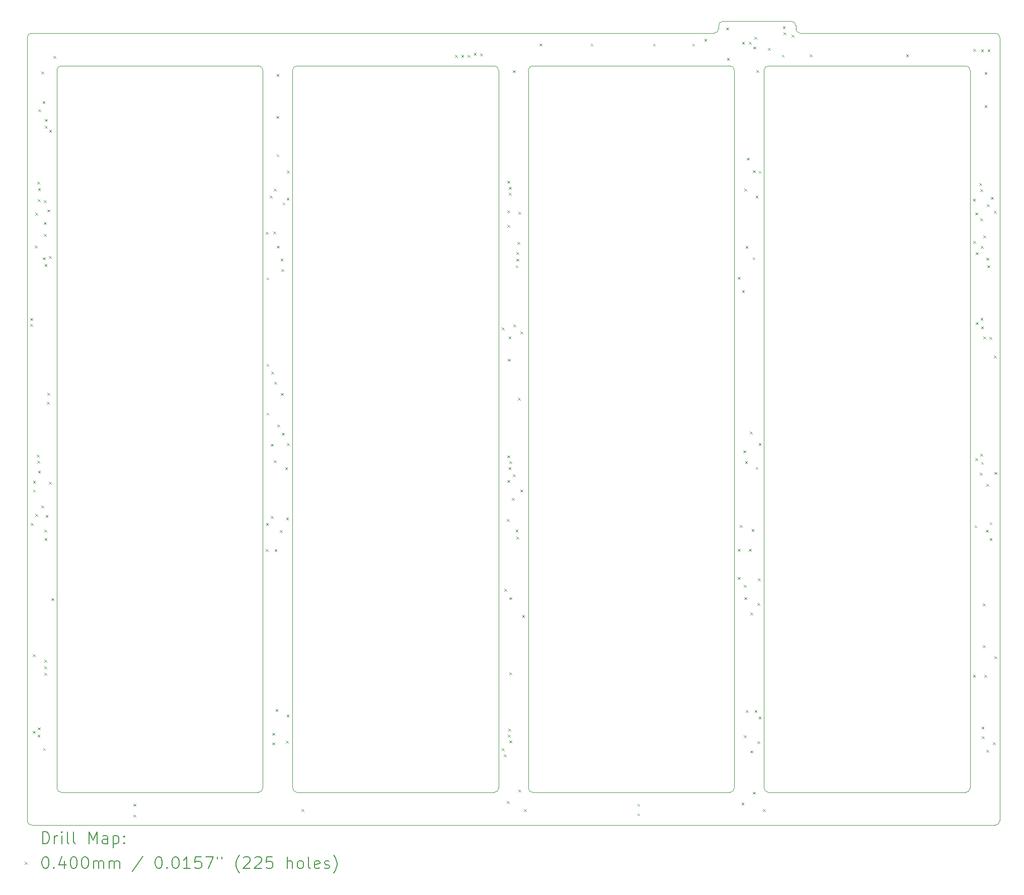
<source format=gbr>
%TF.GenerationSoftware,KiCad,Pcbnew,8.0.0-1.fc39*%
%TF.CreationDate,2024-03-18T17:57:49+01:00*%
%TF.ProjectId,FT24-AMS-Slave_v1-VTSENS,46543234-2d41-44d5-932d-536c6176655f,rev?*%
%TF.SameCoordinates,Original*%
%TF.FileFunction,Drillmap*%
%TF.FilePolarity,Positive*%
%FSLAX45Y45*%
G04 Gerber Fmt 4.5, Leading zero omitted, Abs format (unit mm)*
G04 Created by KiCad (PCBNEW 8.0.0-1.fc39) date 2024-03-18 17:57:49*
%MOMM*%
%LPD*%
G01*
G04 APERTURE LIST*
%ADD10C,0.020000*%
%ADD11C,0.200000*%
%ADD12C,0.100000*%
G04 APERTURE END LIST*
D10*
X18324189Y-15285000D02*
X15007790Y-15285000D01*
X22790585Y-2500000D02*
X19508986Y-2500000D01*
X19358986Y-2300000D02*
X19288366Y-2300000D01*
X18974190Y-15285000D02*
G75*
G02*
X18899190Y-15210000I0J75000D01*
G01*
X18399189Y-3125000D02*
X18399189Y-15210000D01*
X22365585Y-3125000D02*
X22365585Y-15210000D01*
X18133986Y-2425000D02*
G75*
G02*
X18058986Y-2499996I-74996J0D01*
G01*
X14357165Y-15285000D02*
X11041400Y-15285000D01*
X11041400Y-15285000D02*
G75*
G02*
X10966396Y-15209026I10J75020D01*
G01*
X18399189Y-15210000D02*
G75*
G02*
X18324189Y-15284999I-74999J0D01*
G01*
X7000000Y-15210000D02*
X7000000Y-3125000D01*
X11041396Y-3050000D02*
X14357793Y-3050000D01*
X7075000Y-3050000D02*
X10391396Y-3050000D01*
X22865585Y-15759990D02*
X22865585Y-2575000D01*
X14432793Y-15210000D02*
G75*
G02*
X14357165Y-15285000I-75003J0D01*
G01*
X19508986Y-2500000D02*
G75*
G02*
X19433990Y-2425000I4J75000D01*
G01*
X14932793Y-15209376D02*
X14932793Y-3125000D01*
X14932793Y-3125000D02*
G75*
G02*
X15007793Y-3050003I74997J0D01*
G01*
X18058986Y-2500000D02*
X6575000Y-2500000D01*
X15007790Y-15285000D02*
G75*
G02*
X14932793Y-15209376I0J75000D01*
G01*
X19358986Y-2300000D02*
G75*
G02*
X19433990Y-2375000I4J-75000D01*
G01*
X18324189Y-3050000D02*
G75*
G02*
X18399190Y-3125000I1J-75000D01*
G01*
X18133986Y-2375000D02*
X18133986Y-2425000D01*
X18899190Y-15210000D02*
X18899190Y-3125000D01*
X22289688Y-15285000D02*
X18974190Y-15285000D01*
X22290585Y-3050000D02*
G75*
G02*
X22365590Y-3125000I5J-75000D01*
G01*
X10390426Y-15285000D02*
X7075000Y-15285000D01*
X18974189Y-3050000D02*
X22290585Y-3050000D01*
X18133986Y-2375000D02*
G75*
G02*
X18208986Y-2299996I75004J0D01*
G01*
X18899189Y-3125000D02*
G75*
G02*
X18974189Y-3049999I75001J0D01*
G01*
X10466396Y-15210000D02*
G75*
G02*
X10390426Y-15285000I-75016J10D01*
G01*
X7000000Y-3125000D02*
G75*
G02*
X7075000Y-3050000I75000J0D01*
G01*
X10391396Y-3050000D02*
G75*
G02*
X10466400Y-3125000I4J-75000D01*
G01*
X15007793Y-3050000D02*
X18324189Y-3050000D01*
X22790585Y-2500000D02*
G75*
G02*
X22865590Y-2575000I5J-75000D01*
G01*
X19433986Y-2425000D02*
X19433986Y-2375000D01*
X19288366Y-2300000D02*
X18208986Y-2300000D01*
X7075000Y-15285000D02*
G75*
G02*
X7000000Y-15210000I0J75000D01*
G01*
X14432793Y-3125000D02*
X14432793Y-15210000D01*
X6500000Y-2575000D02*
X6500000Y-15760000D01*
X10466396Y-3125000D02*
X10466396Y-15210000D01*
X10966396Y-3125000D02*
G75*
G02*
X11041396Y-3049996I75004J0D01*
G01*
X22865585Y-15759990D02*
G75*
G02*
X22791472Y-15835000I-75015J0D01*
G01*
X10966396Y-15209026D02*
X10966396Y-3125000D01*
X14357793Y-3050000D02*
G75*
G02*
X14432790Y-3125000I-3J-75000D01*
G01*
X6575000Y-15835000D02*
X22791472Y-15835000D01*
X22365585Y-15210000D02*
G75*
G02*
X22289688Y-15285000I-75015J10D01*
G01*
X6500000Y-2575000D02*
G75*
G02*
X6575000Y-2500000I75000J0D01*
G01*
X6575000Y-15835000D02*
G75*
G02*
X6500000Y-15760000I0J75000D01*
G01*
D11*
D12*
X6550000Y-7298033D02*
X6590000Y-7338033D01*
X6590000Y-7298033D02*
X6550000Y-7338033D01*
X6550000Y-7398033D02*
X6590000Y-7438033D01*
X6590000Y-7398033D02*
X6550000Y-7438033D01*
X6559519Y-10751486D02*
X6599519Y-10791486D01*
X6599519Y-10751486D02*
X6559519Y-10791486D01*
X6595002Y-14249143D02*
X6635002Y-14289143D01*
X6635002Y-14249143D02*
X6595002Y-14289143D01*
X6598033Y-12958033D02*
X6638033Y-12998033D01*
X6638033Y-12958033D02*
X6598033Y-12998033D01*
X6600000Y-10040000D02*
X6640000Y-10080000D01*
X6640000Y-10040000D02*
X6600000Y-10080000D01*
X6600000Y-10185000D02*
X6640000Y-10225000D01*
X6640000Y-10185000D02*
X6600000Y-10225000D01*
X6630584Y-6075203D02*
X6670584Y-6115203D01*
X6670584Y-6075203D02*
X6630584Y-6115203D01*
X6635001Y-5525000D02*
X6675001Y-5565000D01*
X6675001Y-5525000D02*
X6635001Y-5565000D01*
X6638033Y-10598033D02*
X6678033Y-10638033D01*
X6678033Y-10598033D02*
X6638033Y-10638033D01*
X6660000Y-9600000D02*
X6700000Y-9640000D01*
X6700000Y-9600000D02*
X6660000Y-9640000D01*
X6670000Y-4999224D02*
X6710000Y-5039224D01*
X6710000Y-4999224D02*
X6670000Y-5039224D01*
X6670000Y-9700000D02*
X6710000Y-9740000D01*
X6710000Y-9700000D02*
X6670000Y-9740000D01*
X6674645Y-14310386D02*
X6714645Y-14350386D01*
X6714645Y-14310386D02*
X6674645Y-14350386D01*
X6680000Y-5295000D02*
X6720000Y-5335000D01*
X6720000Y-5295000D02*
X6680000Y-5335000D01*
X6680000Y-14190000D02*
X6720000Y-14230000D01*
X6720000Y-14190000D02*
X6680000Y-14230000D01*
X6683033Y-5111967D02*
X6723033Y-5151967D01*
X6723033Y-5111967D02*
X6683033Y-5151967D01*
X6683038Y-9865000D02*
X6723038Y-9905000D01*
X6723038Y-9865000D02*
X6683038Y-9905000D01*
X6688033Y-3780000D02*
X6728033Y-3820000D01*
X6728033Y-3780000D02*
X6688033Y-3820000D01*
X6740000Y-3145000D02*
X6780000Y-3185000D01*
X6780000Y-3145000D02*
X6740000Y-3185000D01*
X6740000Y-10455000D02*
X6780000Y-10495000D01*
X6780000Y-10455000D02*
X6740000Y-10495000D01*
X6760000Y-3645000D02*
X6800000Y-3685000D01*
X6800000Y-3645000D02*
X6760000Y-3685000D01*
X6761525Y-6273184D02*
X6801525Y-6313184D01*
X6801525Y-6273184D02*
X6761525Y-6313184D01*
X6768033Y-14538033D02*
X6808033Y-14578033D01*
X6808033Y-14538033D02*
X6768033Y-14578033D01*
X6778944Y-5309856D02*
X6818944Y-5349856D01*
X6818944Y-5309856D02*
X6778944Y-5349856D01*
X6780000Y-5680000D02*
X6820000Y-5720000D01*
X6820000Y-5680000D02*
X6780000Y-5720000D01*
X6780000Y-5880000D02*
X6820000Y-5920000D01*
X6820000Y-5880000D02*
X6780000Y-5920000D01*
X6790000Y-10860000D02*
X6830000Y-10900000D01*
X6830000Y-10860000D02*
X6790000Y-10900000D01*
X6790000Y-13050000D02*
X6830000Y-13090000D01*
X6830000Y-13050000D02*
X6790000Y-13090000D01*
X6790000Y-13160000D02*
X6830000Y-13200000D01*
X6830000Y-13160000D02*
X6790000Y-13200000D01*
X6790000Y-13270000D02*
X6830000Y-13310000D01*
X6830000Y-13270000D02*
X6790000Y-13310000D01*
X6793583Y-11000000D02*
X6833583Y-11040000D01*
X6833583Y-11000000D02*
X6793583Y-11040000D01*
X6795000Y-6390000D02*
X6835000Y-6430000D01*
X6835000Y-6390000D02*
X6795000Y-6430000D01*
X6799289Y-4059289D02*
X6839289Y-4099289D01*
X6839289Y-4059289D02*
X6799289Y-4099289D01*
X6800000Y-3945000D02*
X6840000Y-3985000D01*
X6840000Y-3945000D02*
X6800000Y-3985000D01*
X6810000Y-10615000D02*
X6850000Y-10655000D01*
X6850000Y-10615000D02*
X6810000Y-10655000D01*
X6829999Y-8705000D02*
X6869999Y-8745000D01*
X6869999Y-8705000D02*
X6829999Y-8745000D01*
X6840000Y-5470000D02*
X6880000Y-5510000D01*
X6880000Y-5470000D02*
X6840000Y-5510000D01*
X6840000Y-8555000D02*
X6880000Y-8595000D01*
X6880000Y-8555000D02*
X6840000Y-8595000D01*
X6864997Y-10055000D02*
X6904997Y-10095000D01*
X6904997Y-10055000D02*
X6864997Y-10095000D01*
X6865000Y-6255352D02*
X6905000Y-6295352D01*
X6905000Y-6255352D02*
X6865000Y-6295352D01*
X6870000Y-4130000D02*
X6910000Y-4170000D01*
X6910000Y-4130000D02*
X6870000Y-4170000D01*
X6910000Y-12015000D02*
X6950000Y-12055000D01*
X6950000Y-12015000D02*
X6910000Y-12055000D01*
X6940001Y-2885001D02*
X6980001Y-2925001D01*
X6980001Y-2885001D02*
X6940001Y-2925001D01*
X8288033Y-15478033D02*
X8328033Y-15518033D01*
X8328033Y-15478033D02*
X8288033Y-15518033D01*
X8288033Y-15658033D02*
X8328033Y-15698033D01*
X8328033Y-15658033D02*
X8288033Y-15698033D01*
X10518033Y-5848033D02*
X10558033Y-5888033D01*
X10558033Y-5848033D02*
X10518033Y-5888033D01*
X10518033Y-11190001D02*
X10558033Y-11230001D01*
X10558033Y-11190001D02*
X10518033Y-11230001D01*
X10520000Y-10750000D02*
X10560000Y-10790000D01*
X10560000Y-10750000D02*
X10520000Y-10790000D01*
X10527500Y-6612500D02*
X10567500Y-6652500D01*
X10567500Y-6612500D02*
X10527500Y-6652500D01*
X10528033Y-8068033D02*
X10568033Y-8108033D01*
X10568033Y-8068033D02*
X10528033Y-8108033D01*
X10528033Y-8890000D02*
X10568033Y-8930000D01*
X10568033Y-8890000D02*
X10528033Y-8930000D01*
X10584000Y-5234784D02*
X10624000Y-5274784D01*
X10624000Y-5234784D02*
X10584000Y-5274784D01*
X10598033Y-10628033D02*
X10638033Y-10668033D01*
X10638033Y-10628033D02*
X10598033Y-10668033D01*
X10600533Y-9415535D02*
X10640533Y-9455535D01*
X10640533Y-9415535D02*
X10600533Y-9455535D01*
X10608033Y-8198033D02*
X10648033Y-8238033D01*
X10648033Y-8198033D02*
X10608033Y-8238033D01*
X10626330Y-14282500D02*
X10666330Y-14322500D01*
X10666330Y-14282500D02*
X10626330Y-14322500D01*
X10628297Y-14444591D02*
X10668297Y-14484591D01*
X10668297Y-14444591D02*
X10628297Y-14484591D01*
X10645000Y-5839071D02*
X10685000Y-5879071D01*
X10685000Y-5839071D02*
X10645000Y-5879071D01*
X10650000Y-9690000D02*
X10690000Y-9730000D01*
X10690000Y-9690000D02*
X10650000Y-9730000D01*
X10650000Y-5120000D02*
X10690000Y-5160000D01*
X10690000Y-5120000D02*
X10650000Y-5160000D01*
X10658032Y-8370000D02*
X10698032Y-8410000D01*
X10698032Y-8370000D02*
X10658032Y-8410000D01*
X10663032Y-11189999D02*
X10703032Y-11229999D01*
X10703032Y-11189999D02*
X10663032Y-11229999D01*
X10679298Y-13879298D02*
X10719298Y-13919298D01*
X10719298Y-13879298D02*
X10679298Y-13919298D01*
X10690000Y-3895000D02*
X10730000Y-3935000D01*
X10730000Y-3895000D02*
X10690000Y-3935000D01*
X10698033Y-3188033D02*
X10738033Y-3228033D01*
X10738033Y-3188033D02*
X10698033Y-3228033D01*
X10698033Y-4538033D02*
X10738033Y-4578033D01*
X10738033Y-4538033D02*
X10698033Y-4578033D01*
X10700533Y-6078033D02*
X10740533Y-6118033D01*
X10740533Y-6078033D02*
X10700533Y-6118033D01*
X10708033Y-9088033D02*
X10748033Y-9128033D01*
X10748033Y-9088033D02*
X10708033Y-9128033D01*
X10750533Y-10870001D02*
X10790533Y-10910001D01*
X10790533Y-10870001D02*
X10750533Y-10910001D01*
X10765000Y-6292753D02*
X10805000Y-6332753D01*
X10805000Y-6292753D02*
X10765000Y-6332753D01*
X10768033Y-8560000D02*
X10808033Y-8600000D01*
X10808033Y-8560000D02*
X10768033Y-8600000D01*
X10777500Y-6472500D02*
X10817500Y-6512500D01*
X10817500Y-6472500D02*
X10777500Y-6512500D01*
X10788033Y-9228033D02*
X10828033Y-9268033D01*
X10828033Y-9228033D02*
X10788033Y-9268033D01*
X10798198Y-5351802D02*
X10838198Y-5391802D01*
X10838198Y-5351802D02*
X10798198Y-5391802D01*
X10840000Y-9810000D02*
X10880000Y-9850000D01*
X10880000Y-9810000D02*
X10840000Y-9850000D01*
X10853410Y-14416590D02*
X10893410Y-14456590D01*
X10893410Y-14416590D02*
X10853410Y-14456590D01*
X10858033Y-10658033D02*
X10898033Y-10698033D01*
X10898033Y-10658033D02*
X10858033Y-10698033D01*
X10865568Y-5272333D02*
X10905568Y-5312333D01*
X10905568Y-5272333D02*
X10865568Y-5312333D01*
X10866330Y-13972500D02*
X10906330Y-14012500D01*
X10906330Y-13972500D02*
X10866330Y-14012500D01*
X10868033Y-4815000D02*
X10908033Y-4855000D01*
X10908033Y-4815000D02*
X10868033Y-4855000D01*
X10873033Y-9405000D02*
X10913033Y-9445000D01*
X10913033Y-9405000D02*
X10873033Y-9445000D01*
X11118033Y-15568033D02*
X11158033Y-15608033D01*
X11158033Y-15568033D02*
X11118033Y-15608033D01*
X13699999Y-2865000D02*
X13739999Y-2905000D01*
X13739999Y-2865000D02*
X13699999Y-2905000D01*
X13804999Y-2865000D02*
X13844999Y-2905000D01*
X13844999Y-2865000D02*
X13804999Y-2905000D01*
X13909999Y-2865000D02*
X13949999Y-2905000D01*
X13949999Y-2865000D02*
X13909999Y-2905000D01*
X14015533Y-2835000D02*
X14055533Y-2875000D01*
X14055533Y-2835000D02*
X14015533Y-2875000D01*
X14120000Y-2840000D02*
X14160000Y-2880000D01*
X14160000Y-2840000D02*
X14120000Y-2880000D01*
X14484451Y-14543446D02*
X14524451Y-14583446D01*
X14524451Y-14543446D02*
X14484451Y-14583446D01*
X14487049Y-7452339D02*
X14527049Y-7492339D01*
X14527049Y-7452339D02*
X14487049Y-7492339D01*
X14522793Y-14642035D02*
X14562793Y-14682035D01*
X14562793Y-14642035D02*
X14522793Y-14682035D01*
X14530000Y-11855000D02*
X14570000Y-11895000D01*
X14570000Y-11855000D02*
X14530000Y-11895000D01*
X14568033Y-15428033D02*
X14608033Y-15468033D01*
X14608033Y-15428033D02*
X14568033Y-15468033D01*
X14570000Y-10680000D02*
X14610000Y-10720000D01*
X14610000Y-10680000D02*
X14570000Y-10720000D01*
X14580000Y-5485000D02*
X14620000Y-5525000D01*
X14620000Y-5485000D02*
X14580000Y-5525000D01*
X14580000Y-5725000D02*
X14620000Y-5765000D01*
X14620000Y-5725000D02*
X14580000Y-5765000D01*
X14580000Y-9610000D02*
X14620000Y-9650000D01*
X14620000Y-9610000D02*
X14580000Y-9650000D01*
X14580000Y-10025000D02*
X14620000Y-10065000D01*
X14620000Y-10025000D02*
X14580000Y-10065000D01*
X14580062Y-4986507D02*
X14620062Y-5026507D01*
X14620062Y-4986507D02*
X14580062Y-5026507D01*
X14584830Y-14314125D02*
X14624830Y-14354125D01*
X14624830Y-14314125D02*
X14584830Y-14354125D01*
X14590000Y-7985000D02*
X14630000Y-8025000D01*
X14630000Y-7985000D02*
X14590000Y-8025000D01*
X14596141Y-14208919D02*
X14636141Y-14248919D01*
X14636141Y-14208919D02*
X14596141Y-14248919D01*
X14600000Y-7605000D02*
X14640000Y-7645000D01*
X14640000Y-7605000D02*
X14600000Y-7645000D01*
X14600000Y-9810000D02*
X14640000Y-9850000D01*
X14640000Y-9810000D02*
X14600000Y-9850000D01*
X14604915Y-5188849D02*
X14644915Y-5228849D01*
X14644915Y-5188849D02*
X14604915Y-5228849D01*
X14605282Y-5088433D02*
X14645282Y-5128433D01*
X14645282Y-5088433D02*
X14605282Y-5128433D01*
X14610000Y-13265000D02*
X14650000Y-13305000D01*
X14650000Y-13265000D02*
X14610000Y-13305000D01*
X14610000Y-9710000D02*
X14650000Y-9750000D01*
X14650000Y-9710000D02*
X14610000Y-9750000D01*
X14612073Y-14410343D02*
X14652073Y-14450343D01*
X14652073Y-14410343D02*
X14612073Y-14450343D01*
X14613033Y-11998033D02*
X14653033Y-12038033D01*
X14653033Y-11998033D02*
X14613033Y-12038033D01*
X14652384Y-10327550D02*
X14692384Y-10367550D01*
X14692384Y-10327550D02*
X14652384Y-10367550D01*
X14670000Y-3125000D02*
X14710000Y-3165000D01*
X14710000Y-3125000D02*
X14670000Y-3165000D01*
X14670000Y-9925000D02*
X14710000Y-9965000D01*
X14710000Y-9925000D02*
X14670000Y-9965000D01*
X14680000Y-7405000D02*
X14720000Y-7445000D01*
X14720000Y-7405000D02*
X14680000Y-7445000D01*
X14720000Y-6410000D02*
X14760000Y-6450000D01*
X14760000Y-6410000D02*
X14720000Y-6450000D01*
X14720000Y-10860000D02*
X14760000Y-10900000D01*
X14760000Y-10860000D02*
X14720000Y-10900000D01*
X14730000Y-6185000D02*
X14770000Y-6225000D01*
X14770000Y-6185000D02*
X14730000Y-6225000D01*
X14730000Y-6300000D02*
X14770000Y-6340000D01*
X14770000Y-6300000D02*
X14730000Y-6340000D01*
X14730000Y-10980000D02*
X14770000Y-11020000D01*
X14770000Y-10980000D02*
X14730000Y-11020000D01*
X14750000Y-6015000D02*
X14790000Y-6055000D01*
X14790000Y-6015000D02*
X14750000Y-6055000D01*
X14755293Y-8641443D02*
X14795293Y-8681443D01*
X14795293Y-8641443D02*
X14755293Y-8681443D01*
X14762793Y-5505000D02*
X14802793Y-5545000D01*
X14802793Y-5505000D02*
X14762793Y-5545000D01*
X14768033Y-15238033D02*
X14808033Y-15278033D01*
X14808033Y-15238033D02*
X14768033Y-15278033D01*
X14797793Y-10184399D02*
X14837793Y-10224399D01*
X14837793Y-10184399D02*
X14797793Y-10224399D01*
X14800293Y-7525000D02*
X14840293Y-7565000D01*
X14840293Y-7525000D02*
X14800293Y-7565000D01*
X14830000Y-12295000D02*
X14870000Y-12335000D01*
X14870000Y-12295000D02*
X14830000Y-12335000D01*
X14858034Y-15568033D02*
X14898034Y-15608033D01*
X14898034Y-15568033D02*
X14858034Y-15608033D01*
X15120000Y-2675000D02*
X15160000Y-2715000D01*
X15160000Y-2675000D02*
X15120000Y-2715000D01*
X15980000Y-2675000D02*
X16020000Y-2715000D01*
X16020000Y-2675000D02*
X15980000Y-2715000D01*
X16768033Y-15478033D02*
X16808033Y-15518033D01*
X16808033Y-15478033D02*
X16768033Y-15518033D01*
X16768033Y-15638033D02*
X16808033Y-15678033D01*
X16808033Y-15638033D02*
X16768033Y-15678033D01*
X17030000Y-2675000D02*
X17070000Y-2715000D01*
X17070000Y-2675000D02*
X17030000Y-2715000D01*
X17690000Y-2675000D02*
X17730000Y-2715000D01*
X17730000Y-2675000D02*
X17690000Y-2715000D01*
X17895000Y-2595000D02*
X17935000Y-2635000D01*
X17935000Y-2595000D02*
X17895000Y-2635000D01*
X18260000Y-2405000D02*
X18300000Y-2445000D01*
X18300000Y-2405000D02*
X18260000Y-2445000D01*
X18275000Y-2915000D02*
X18315000Y-2955000D01*
X18315000Y-2915000D02*
X18275000Y-2955000D01*
X18458033Y-6605000D02*
X18498033Y-6645000D01*
X18498033Y-6605000D02*
X18458033Y-6645000D01*
X18458033Y-11183750D02*
X18498033Y-11223750D01*
X18498033Y-11183750D02*
X18458033Y-11223750D01*
X18458033Y-11657500D02*
X18498033Y-11697500D01*
X18498033Y-11657500D02*
X18458033Y-11697500D01*
X18490000Y-10780000D02*
X18530000Y-10820000D01*
X18530000Y-10780000D02*
X18490000Y-10820000D01*
X18520000Y-15455000D02*
X18560000Y-15495000D01*
X18560000Y-15455000D02*
X18520000Y-15495000D01*
X18528033Y-6828033D02*
X18568033Y-6868033D01*
X18568033Y-6828033D02*
X18528033Y-6868033D01*
X18530000Y-2645000D02*
X18570000Y-2685000D01*
X18570000Y-2645000D02*
X18530000Y-2685000D01*
X18548033Y-9525000D02*
X18588033Y-9565000D01*
X18588033Y-9525000D02*
X18548033Y-9565000D01*
X18558033Y-14320000D02*
X18598033Y-14360000D01*
X18598033Y-14320000D02*
X18558033Y-14360000D01*
X18559298Y-11788765D02*
X18599298Y-11828765D01*
X18599298Y-11788765D02*
X18559298Y-11828765D01*
X18568033Y-11997500D02*
X18608033Y-12037500D01*
X18608033Y-11997500D02*
X18568033Y-12037500D01*
X18570000Y-5120000D02*
X18610000Y-5160000D01*
X18610000Y-5120000D02*
X18570000Y-5160000D01*
X18580000Y-9710000D02*
X18620000Y-9750000D01*
X18620000Y-9710000D02*
X18580000Y-9750000D01*
X18588033Y-6085000D02*
X18628033Y-6125000D01*
X18628033Y-6085000D02*
X18588033Y-6125000D01*
X18590000Y-13900000D02*
X18630000Y-13940000D01*
X18630000Y-13900000D02*
X18590000Y-13940000D01*
X18608033Y-4598033D02*
X18648033Y-4638033D01*
X18648033Y-4598033D02*
X18608033Y-4638033D01*
X18644298Y-11183735D02*
X18684298Y-11223735D01*
X18684298Y-11183735D02*
X18644298Y-11223735D01*
X18644470Y-2648404D02*
X18684470Y-2688404D01*
X18684470Y-2648404D02*
X18644470Y-2688404D01*
X18658033Y-9208033D02*
X18698033Y-9248033D01*
X18698033Y-9208033D02*
X18658033Y-9248033D01*
X18668033Y-12257500D02*
X18708033Y-12297500D01*
X18708033Y-12257500D02*
X18668033Y-12297500D01*
X18668033Y-14580000D02*
X18708033Y-14620000D01*
X18708033Y-14580000D02*
X18668033Y-14620000D01*
X18689836Y-10849145D02*
X18729836Y-10889145D01*
X18729836Y-10849145D02*
X18689836Y-10889145D01*
X18705824Y-6273324D02*
X18745824Y-6313324D01*
X18745824Y-6273324D02*
X18705824Y-6313324D01*
X18708490Y-4810079D02*
X18748490Y-4850079D01*
X18748490Y-4810079D02*
X18708490Y-4850079D01*
X18710000Y-15275000D02*
X18750000Y-15315000D01*
X18750000Y-15275000D02*
X18710000Y-15315000D01*
X18717020Y-2726880D02*
X18757020Y-2766880D01*
X18757020Y-2726880D02*
X18717020Y-2766880D01*
X18737413Y-2563171D02*
X18777413Y-2603171D01*
X18777413Y-2563171D02*
X18737413Y-2603171D01*
X18740000Y-13900000D02*
X18780000Y-13940000D01*
X18780000Y-13900000D02*
X18740000Y-13940000D01*
X18758033Y-5236249D02*
X18798033Y-5276249D01*
X18798033Y-5236249D02*
X18758033Y-5276249D01*
X18758033Y-9805000D02*
X18798033Y-9845000D01*
X18798033Y-9805000D02*
X18758033Y-9845000D01*
X18770000Y-3121000D02*
X18810000Y-3161000D01*
X18810000Y-3121000D02*
X18770000Y-3161000D01*
X18788033Y-12097499D02*
X18828033Y-12137499D01*
X18828033Y-12097499D02*
X18788033Y-12137499D01*
X18790000Y-14419999D02*
X18830000Y-14459999D01*
X18830000Y-14419999D02*
X18790000Y-14459999D01*
X18798033Y-11677500D02*
X18838033Y-11717500D01*
X18838033Y-11677500D02*
X18798033Y-11717500D01*
X18808033Y-9405000D02*
X18848033Y-9445000D01*
X18848033Y-9405000D02*
X18808033Y-9445000D01*
X18808267Y-4816755D02*
X18848267Y-4856755D01*
X18848267Y-4816755D02*
X18808267Y-4856755D01*
X18808391Y-14010114D02*
X18848391Y-14050114D01*
X18848391Y-14010114D02*
X18808391Y-14050114D01*
X18878033Y-15568033D02*
X18918033Y-15608033D01*
X18918033Y-15568033D02*
X18878033Y-15608033D01*
X18965000Y-2745000D02*
X19005000Y-2785000D01*
X19005000Y-2745000D02*
X18965000Y-2785000D01*
X19197500Y-2862500D02*
X19237500Y-2902500D01*
X19237500Y-2862500D02*
X19197500Y-2902500D01*
X19214009Y-2381225D02*
X19254009Y-2421225D01*
X19254009Y-2381225D02*
X19214009Y-2421225D01*
X19230000Y-2485000D02*
X19270000Y-2525000D01*
X19270000Y-2485000D02*
X19230000Y-2525000D01*
X19365000Y-2525000D02*
X19405000Y-2565000D01*
X19405000Y-2525000D02*
X19365000Y-2565000D01*
X19668033Y-2858033D02*
X19708033Y-2898033D01*
X19708033Y-2858033D02*
X19668033Y-2898033D01*
X21288033Y-2858033D02*
X21328033Y-2898033D01*
X21328033Y-2858033D02*
X21288033Y-2898033D01*
X22415585Y-5285000D02*
X22455585Y-5325000D01*
X22455585Y-5285000D02*
X22415585Y-5325000D01*
X22415585Y-13308156D02*
X22455585Y-13348156D01*
X22455585Y-13308156D02*
X22415585Y-13348156D01*
X22418033Y-2766967D02*
X22458033Y-2806967D01*
X22458033Y-2766967D02*
X22418033Y-2806967D01*
X22420000Y-6000000D02*
X22460000Y-6040000D01*
X22460000Y-6000000D02*
X22420000Y-6040000D01*
X22440503Y-10786802D02*
X22480503Y-10826802D01*
X22480503Y-10786802D02*
X22440503Y-10826802D01*
X22455585Y-5519467D02*
X22495585Y-5559467D01*
X22495585Y-5519467D02*
X22455585Y-5559467D01*
X22455585Y-9655000D02*
X22495585Y-9695000D01*
X22495585Y-9655000D02*
X22455585Y-9695000D01*
X22460586Y-6190000D02*
X22500586Y-6230000D01*
X22500586Y-6190000D02*
X22460586Y-6230000D01*
X22460586Y-7365000D02*
X22500586Y-7405000D01*
X22500586Y-7365000D02*
X22460586Y-7405000D01*
X22519277Y-5027370D02*
X22559277Y-5067370D01*
X22559277Y-5027370D02*
X22519277Y-5067370D01*
X22530000Y-9900000D02*
X22570000Y-9940000D01*
X22570000Y-9900000D02*
X22530000Y-9940000D01*
X22535000Y-5126127D02*
X22575000Y-5166127D01*
X22575000Y-5126127D02*
X22535000Y-5166127D01*
X22537421Y-9577744D02*
X22577421Y-9617744D01*
X22577421Y-9577744D02*
X22537421Y-9617744D01*
X22540000Y-5615000D02*
X22580000Y-5655000D01*
X22580000Y-5615000D02*
X22540000Y-5655000D01*
X22542286Y-7295417D02*
X22582286Y-7335417D01*
X22582286Y-7295417D02*
X22542286Y-7335417D01*
X22547122Y-6085533D02*
X22587122Y-6125533D01*
X22587122Y-6085533D02*
X22547122Y-6125533D01*
X22549602Y-7439780D02*
X22589602Y-7479780D01*
X22589602Y-7439780D02*
X22549602Y-7479780D01*
X22550724Y-9718877D02*
X22590724Y-9758877D01*
X22590724Y-9718877D02*
X22550724Y-9758877D01*
X22551044Y-2772111D02*
X22591044Y-2812111D01*
X22591044Y-2772111D02*
X22551044Y-2812111D01*
X22560000Y-14180000D02*
X22600000Y-14220000D01*
X22600000Y-14180000D02*
X22560000Y-14220000D01*
X22560822Y-14339220D02*
X22600822Y-14379220D01*
X22600822Y-14339220D02*
X22560822Y-14379220D01*
X22580000Y-12105000D02*
X22620000Y-12145000D01*
X22620000Y-12105000D02*
X22580000Y-12145000D01*
X22580000Y-12805000D02*
X22620000Y-12845000D01*
X22620000Y-12805000D02*
X22580000Y-12845000D01*
X22586285Y-7608624D02*
X22626285Y-7648624D01*
X22626285Y-7608624D02*
X22586285Y-7648624D01*
X22590000Y-5905000D02*
X22630000Y-5945000D01*
X22630000Y-5905000D02*
X22590000Y-5945000D01*
X22608033Y-13308030D02*
X22648033Y-13348030D01*
X22648033Y-13308030D02*
X22608033Y-13348030D01*
X22610000Y-3155000D02*
X22650000Y-3195000D01*
X22650000Y-3155000D02*
X22610000Y-3195000D01*
X22610000Y-3715000D02*
X22650000Y-3755000D01*
X22650000Y-3715000D02*
X22610000Y-3755000D01*
X22632500Y-10862500D02*
X22672500Y-10902500D01*
X22672500Y-10862500D02*
X22632500Y-10902500D01*
X22638033Y-14568033D02*
X22678033Y-14608033D01*
X22678033Y-14568033D02*
X22638033Y-14608033D01*
X22640000Y-6281867D02*
X22680000Y-6321867D01*
X22680000Y-6281867D02*
X22640000Y-6321867D01*
X22640000Y-10085000D02*
X22680000Y-10125000D01*
X22680000Y-10085000D02*
X22640000Y-10125000D01*
X22650000Y-5380000D02*
X22690000Y-5420000D01*
X22690000Y-5380000D02*
X22650000Y-5420000D01*
X22655098Y-6408627D02*
X22695098Y-6448627D01*
X22695098Y-6408627D02*
X22655098Y-6448627D01*
X22660000Y-2775000D02*
X22700000Y-2815000D01*
X22700000Y-2775000D02*
X22660000Y-2815000D01*
X22690414Y-7616271D02*
X22730414Y-7656271D01*
X22730414Y-7616271D02*
X22690414Y-7656271D01*
X22695583Y-10735000D02*
X22735583Y-10775000D01*
X22735583Y-10735000D02*
X22695583Y-10775000D01*
X22695585Y-11005000D02*
X22735585Y-11045000D01*
X22735585Y-11005000D02*
X22695585Y-11045000D01*
X22718522Y-5258132D02*
X22758522Y-5298132D01*
X22758522Y-5258132D02*
X22718522Y-5298132D01*
X22750000Y-14440000D02*
X22790000Y-14480000D01*
X22790000Y-14440000D02*
X22750000Y-14480000D01*
X22768033Y-7928033D02*
X22808033Y-7968033D01*
X22808033Y-7928033D02*
X22768033Y-7968033D01*
X22768033Y-5488033D02*
X22808033Y-5528033D01*
X22808033Y-5488033D02*
X22768033Y-5528033D01*
X22775585Y-9890000D02*
X22815585Y-9930000D01*
X22815585Y-9890000D02*
X22775585Y-9930000D01*
X22775585Y-12995000D02*
X22815585Y-13035000D01*
X22815585Y-12995000D02*
X22775585Y-13035000D01*
D11*
X6759777Y-16147484D02*
X6759777Y-15947484D01*
X6759777Y-15947484D02*
X6807396Y-15947484D01*
X6807396Y-15947484D02*
X6835967Y-15957008D01*
X6835967Y-15957008D02*
X6855015Y-15976055D01*
X6855015Y-15976055D02*
X6864539Y-15995103D01*
X6864539Y-15995103D02*
X6874062Y-16033198D01*
X6874062Y-16033198D02*
X6874062Y-16061769D01*
X6874062Y-16061769D02*
X6864539Y-16099865D01*
X6864539Y-16099865D02*
X6855015Y-16118912D01*
X6855015Y-16118912D02*
X6835967Y-16137960D01*
X6835967Y-16137960D02*
X6807396Y-16147484D01*
X6807396Y-16147484D02*
X6759777Y-16147484D01*
X6959777Y-16147484D02*
X6959777Y-16014150D01*
X6959777Y-16052246D02*
X6969301Y-16033198D01*
X6969301Y-16033198D02*
X6978824Y-16023674D01*
X6978824Y-16023674D02*
X6997872Y-16014150D01*
X6997872Y-16014150D02*
X7016920Y-16014150D01*
X7083586Y-16147484D02*
X7083586Y-16014150D01*
X7083586Y-15947484D02*
X7074062Y-15957008D01*
X7074062Y-15957008D02*
X7083586Y-15966531D01*
X7083586Y-15966531D02*
X7093110Y-15957008D01*
X7093110Y-15957008D02*
X7083586Y-15947484D01*
X7083586Y-15947484D02*
X7083586Y-15966531D01*
X7207396Y-16147484D02*
X7188348Y-16137960D01*
X7188348Y-16137960D02*
X7178824Y-16118912D01*
X7178824Y-16118912D02*
X7178824Y-15947484D01*
X7312158Y-16147484D02*
X7293110Y-16137960D01*
X7293110Y-16137960D02*
X7283586Y-16118912D01*
X7283586Y-16118912D02*
X7283586Y-15947484D01*
X7540729Y-16147484D02*
X7540729Y-15947484D01*
X7540729Y-15947484D02*
X7607396Y-16090341D01*
X7607396Y-16090341D02*
X7674062Y-15947484D01*
X7674062Y-15947484D02*
X7674062Y-16147484D01*
X7855015Y-16147484D02*
X7855015Y-16042722D01*
X7855015Y-16042722D02*
X7845491Y-16023674D01*
X7845491Y-16023674D02*
X7826443Y-16014150D01*
X7826443Y-16014150D02*
X7788348Y-16014150D01*
X7788348Y-16014150D02*
X7769301Y-16023674D01*
X7855015Y-16137960D02*
X7835967Y-16147484D01*
X7835967Y-16147484D02*
X7788348Y-16147484D01*
X7788348Y-16147484D02*
X7769301Y-16137960D01*
X7769301Y-16137960D02*
X7759777Y-16118912D01*
X7759777Y-16118912D02*
X7759777Y-16099865D01*
X7759777Y-16099865D02*
X7769301Y-16080817D01*
X7769301Y-16080817D02*
X7788348Y-16071293D01*
X7788348Y-16071293D02*
X7835967Y-16071293D01*
X7835967Y-16071293D02*
X7855015Y-16061769D01*
X7950253Y-16014150D02*
X7950253Y-16214150D01*
X7950253Y-16023674D02*
X7969301Y-16014150D01*
X7969301Y-16014150D02*
X8007396Y-16014150D01*
X8007396Y-16014150D02*
X8026443Y-16023674D01*
X8026443Y-16023674D02*
X8035967Y-16033198D01*
X8035967Y-16033198D02*
X8045491Y-16052246D01*
X8045491Y-16052246D02*
X8045491Y-16109388D01*
X8045491Y-16109388D02*
X8035967Y-16128436D01*
X8035967Y-16128436D02*
X8026443Y-16137960D01*
X8026443Y-16137960D02*
X8007396Y-16147484D01*
X8007396Y-16147484D02*
X7969301Y-16147484D01*
X7969301Y-16147484D02*
X7950253Y-16137960D01*
X8131205Y-16128436D02*
X8140729Y-16137960D01*
X8140729Y-16137960D02*
X8131205Y-16147484D01*
X8131205Y-16147484D02*
X8121682Y-16137960D01*
X8121682Y-16137960D02*
X8131205Y-16128436D01*
X8131205Y-16128436D02*
X8131205Y-16147484D01*
X8131205Y-16023674D02*
X8140729Y-16033198D01*
X8140729Y-16033198D02*
X8131205Y-16042722D01*
X8131205Y-16042722D02*
X8121682Y-16033198D01*
X8121682Y-16033198D02*
X8131205Y-16023674D01*
X8131205Y-16023674D02*
X8131205Y-16042722D01*
D12*
X6459000Y-16456000D02*
X6499000Y-16496000D01*
X6499000Y-16456000D02*
X6459000Y-16496000D01*
D11*
X6797872Y-16367484D02*
X6816920Y-16367484D01*
X6816920Y-16367484D02*
X6835967Y-16377008D01*
X6835967Y-16377008D02*
X6845491Y-16386531D01*
X6845491Y-16386531D02*
X6855015Y-16405579D01*
X6855015Y-16405579D02*
X6864539Y-16443674D01*
X6864539Y-16443674D02*
X6864539Y-16491293D01*
X6864539Y-16491293D02*
X6855015Y-16529388D01*
X6855015Y-16529388D02*
X6845491Y-16548436D01*
X6845491Y-16548436D02*
X6835967Y-16557960D01*
X6835967Y-16557960D02*
X6816920Y-16567484D01*
X6816920Y-16567484D02*
X6797872Y-16567484D01*
X6797872Y-16567484D02*
X6778824Y-16557960D01*
X6778824Y-16557960D02*
X6769301Y-16548436D01*
X6769301Y-16548436D02*
X6759777Y-16529388D01*
X6759777Y-16529388D02*
X6750253Y-16491293D01*
X6750253Y-16491293D02*
X6750253Y-16443674D01*
X6750253Y-16443674D02*
X6759777Y-16405579D01*
X6759777Y-16405579D02*
X6769301Y-16386531D01*
X6769301Y-16386531D02*
X6778824Y-16377008D01*
X6778824Y-16377008D02*
X6797872Y-16367484D01*
X6950253Y-16548436D02*
X6959777Y-16557960D01*
X6959777Y-16557960D02*
X6950253Y-16567484D01*
X6950253Y-16567484D02*
X6940729Y-16557960D01*
X6940729Y-16557960D02*
X6950253Y-16548436D01*
X6950253Y-16548436D02*
X6950253Y-16567484D01*
X7131205Y-16434150D02*
X7131205Y-16567484D01*
X7083586Y-16357960D02*
X7035967Y-16500817D01*
X7035967Y-16500817D02*
X7159777Y-16500817D01*
X7274062Y-16367484D02*
X7293110Y-16367484D01*
X7293110Y-16367484D02*
X7312158Y-16377008D01*
X7312158Y-16377008D02*
X7321682Y-16386531D01*
X7321682Y-16386531D02*
X7331205Y-16405579D01*
X7331205Y-16405579D02*
X7340729Y-16443674D01*
X7340729Y-16443674D02*
X7340729Y-16491293D01*
X7340729Y-16491293D02*
X7331205Y-16529388D01*
X7331205Y-16529388D02*
X7321682Y-16548436D01*
X7321682Y-16548436D02*
X7312158Y-16557960D01*
X7312158Y-16557960D02*
X7293110Y-16567484D01*
X7293110Y-16567484D02*
X7274062Y-16567484D01*
X7274062Y-16567484D02*
X7255015Y-16557960D01*
X7255015Y-16557960D02*
X7245491Y-16548436D01*
X7245491Y-16548436D02*
X7235967Y-16529388D01*
X7235967Y-16529388D02*
X7226443Y-16491293D01*
X7226443Y-16491293D02*
X7226443Y-16443674D01*
X7226443Y-16443674D02*
X7235967Y-16405579D01*
X7235967Y-16405579D02*
X7245491Y-16386531D01*
X7245491Y-16386531D02*
X7255015Y-16377008D01*
X7255015Y-16377008D02*
X7274062Y-16367484D01*
X7464539Y-16367484D02*
X7483586Y-16367484D01*
X7483586Y-16367484D02*
X7502634Y-16377008D01*
X7502634Y-16377008D02*
X7512158Y-16386531D01*
X7512158Y-16386531D02*
X7521682Y-16405579D01*
X7521682Y-16405579D02*
X7531205Y-16443674D01*
X7531205Y-16443674D02*
X7531205Y-16491293D01*
X7531205Y-16491293D02*
X7521682Y-16529388D01*
X7521682Y-16529388D02*
X7512158Y-16548436D01*
X7512158Y-16548436D02*
X7502634Y-16557960D01*
X7502634Y-16557960D02*
X7483586Y-16567484D01*
X7483586Y-16567484D02*
X7464539Y-16567484D01*
X7464539Y-16567484D02*
X7445491Y-16557960D01*
X7445491Y-16557960D02*
X7435967Y-16548436D01*
X7435967Y-16548436D02*
X7426443Y-16529388D01*
X7426443Y-16529388D02*
X7416920Y-16491293D01*
X7416920Y-16491293D02*
X7416920Y-16443674D01*
X7416920Y-16443674D02*
X7426443Y-16405579D01*
X7426443Y-16405579D02*
X7435967Y-16386531D01*
X7435967Y-16386531D02*
X7445491Y-16377008D01*
X7445491Y-16377008D02*
X7464539Y-16367484D01*
X7616920Y-16567484D02*
X7616920Y-16434150D01*
X7616920Y-16453198D02*
X7626443Y-16443674D01*
X7626443Y-16443674D02*
X7645491Y-16434150D01*
X7645491Y-16434150D02*
X7674063Y-16434150D01*
X7674063Y-16434150D02*
X7693110Y-16443674D01*
X7693110Y-16443674D02*
X7702634Y-16462722D01*
X7702634Y-16462722D02*
X7702634Y-16567484D01*
X7702634Y-16462722D02*
X7712158Y-16443674D01*
X7712158Y-16443674D02*
X7731205Y-16434150D01*
X7731205Y-16434150D02*
X7759777Y-16434150D01*
X7759777Y-16434150D02*
X7778824Y-16443674D01*
X7778824Y-16443674D02*
X7788348Y-16462722D01*
X7788348Y-16462722D02*
X7788348Y-16567484D01*
X7883586Y-16567484D02*
X7883586Y-16434150D01*
X7883586Y-16453198D02*
X7893110Y-16443674D01*
X7893110Y-16443674D02*
X7912158Y-16434150D01*
X7912158Y-16434150D02*
X7940729Y-16434150D01*
X7940729Y-16434150D02*
X7959777Y-16443674D01*
X7959777Y-16443674D02*
X7969301Y-16462722D01*
X7969301Y-16462722D02*
X7969301Y-16567484D01*
X7969301Y-16462722D02*
X7978824Y-16443674D01*
X7978824Y-16443674D02*
X7997872Y-16434150D01*
X7997872Y-16434150D02*
X8026443Y-16434150D01*
X8026443Y-16434150D02*
X8045491Y-16443674D01*
X8045491Y-16443674D02*
X8055015Y-16462722D01*
X8055015Y-16462722D02*
X8055015Y-16567484D01*
X8445491Y-16357960D02*
X8274063Y-16615103D01*
X8702634Y-16367484D02*
X8721682Y-16367484D01*
X8721682Y-16367484D02*
X8740729Y-16377008D01*
X8740729Y-16377008D02*
X8750253Y-16386531D01*
X8750253Y-16386531D02*
X8759777Y-16405579D01*
X8759777Y-16405579D02*
X8769301Y-16443674D01*
X8769301Y-16443674D02*
X8769301Y-16491293D01*
X8769301Y-16491293D02*
X8759777Y-16529388D01*
X8759777Y-16529388D02*
X8750253Y-16548436D01*
X8750253Y-16548436D02*
X8740729Y-16557960D01*
X8740729Y-16557960D02*
X8721682Y-16567484D01*
X8721682Y-16567484D02*
X8702634Y-16567484D01*
X8702634Y-16567484D02*
X8683587Y-16557960D01*
X8683587Y-16557960D02*
X8674063Y-16548436D01*
X8674063Y-16548436D02*
X8664539Y-16529388D01*
X8664539Y-16529388D02*
X8655015Y-16491293D01*
X8655015Y-16491293D02*
X8655015Y-16443674D01*
X8655015Y-16443674D02*
X8664539Y-16405579D01*
X8664539Y-16405579D02*
X8674063Y-16386531D01*
X8674063Y-16386531D02*
X8683587Y-16377008D01*
X8683587Y-16377008D02*
X8702634Y-16367484D01*
X8855015Y-16548436D02*
X8864539Y-16557960D01*
X8864539Y-16557960D02*
X8855015Y-16567484D01*
X8855015Y-16567484D02*
X8845491Y-16557960D01*
X8845491Y-16557960D02*
X8855015Y-16548436D01*
X8855015Y-16548436D02*
X8855015Y-16567484D01*
X8988348Y-16367484D02*
X9007396Y-16367484D01*
X9007396Y-16367484D02*
X9026444Y-16377008D01*
X9026444Y-16377008D02*
X9035968Y-16386531D01*
X9035968Y-16386531D02*
X9045491Y-16405579D01*
X9045491Y-16405579D02*
X9055015Y-16443674D01*
X9055015Y-16443674D02*
X9055015Y-16491293D01*
X9055015Y-16491293D02*
X9045491Y-16529388D01*
X9045491Y-16529388D02*
X9035968Y-16548436D01*
X9035968Y-16548436D02*
X9026444Y-16557960D01*
X9026444Y-16557960D02*
X9007396Y-16567484D01*
X9007396Y-16567484D02*
X8988348Y-16567484D01*
X8988348Y-16567484D02*
X8969301Y-16557960D01*
X8969301Y-16557960D02*
X8959777Y-16548436D01*
X8959777Y-16548436D02*
X8950253Y-16529388D01*
X8950253Y-16529388D02*
X8940729Y-16491293D01*
X8940729Y-16491293D02*
X8940729Y-16443674D01*
X8940729Y-16443674D02*
X8950253Y-16405579D01*
X8950253Y-16405579D02*
X8959777Y-16386531D01*
X8959777Y-16386531D02*
X8969301Y-16377008D01*
X8969301Y-16377008D02*
X8988348Y-16367484D01*
X9245491Y-16567484D02*
X9131206Y-16567484D01*
X9188348Y-16567484D02*
X9188348Y-16367484D01*
X9188348Y-16367484D02*
X9169301Y-16396055D01*
X9169301Y-16396055D02*
X9150253Y-16415103D01*
X9150253Y-16415103D02*
X9131206Y-16424627D01*
X9426444Y-16367484D02*
X9331206Y-16367484D01*
X9331206Y-16367484D02*
X9321682Y-16462722D01*
X9321682Y-16462722D02*
X9331206Y-16453198D01*
X9331206Y-16453198D02*
X9350253Y-16443674D01*
X9350253Y-16443674D02*
X9397872Y-16443674D01*
X9397872Y-16443674D02*
X9416920Y-16453198D01*
X9416920Y-16453198D02*
X9426444Y-16462722D01*
X9426444Y-16462722D02*
X9435968Y-16481769D01*
X9435968Y-16481769D02*
X9435968Y-16529388D01*
X9435968Y-16529388D02*
X9426444Y-16548436D01*
X9426444Y-16548436D02*
X9416920Y-16557960D01*
X9416920Y-16557960D02*
X9397872Y-16567484D01*
X9397872Y-16567484D02*
X9350253Y-16567484D01*
X9350253Y-16567484D02*
X9331206Y-16557960D01*
X9331206Y-16557960D02*
X9321682Y-16548436D01*
X9502634Y-16367484D02*
X9635968Y-16367484D01*
X9635968Y-16367484D02*
X9550253Y-16567484D01*
X9702634Y-16367484D02*
X9702634Y-16405579D01*
X9778825Y-16367484D02*
X9778825Y-16405579D01*
X10074063Y-16643674D02*
X10064539Y-16634150D01*
X10064539Y-16634150D02*
X10045491Y-16605579D01*
X10045491Y-16605579D02*
X10035968Y-16586531D01*
X10035968Y-16586531D02*
X10026444Y-16557960D01*
X10026444Y-16557960D02*
X10016920Y-16510341D01*
X10016920Y-16510341D02*
X10016920Y-16472246D01*
X10016920Y-16472246D02*
X10026444Y-16424627D01*
X10026444Y-16424627D02*
X10035968Y-16396055D01*
X10035968Y-16396055D02*
X10045491Y-16377008D01*
X10045491Y-16377008D02*
X10064539Y-16348436D01*
X10064539Y-16348436D02*
X10074063Y-16338912D01*
X10140730Y-16386531D02*
X10150253Y-16377008D01*
X10150253Y-16377008D02*
X10169301Y-16367484D01*
X10169301Y-16367484D02*
X10216920Y-16367484D01*
X10216920Y-16367484D02*
X10235968Y-16377008D01*
X10235968Y-16377008D02*
X10245491Y-16386531D01*
X10245491Y-16386531D02*
X10255015Y-16405579D01*
X10255015Y-16405579D02*
X10255015Y-16424627D01*
X10255015Y-16424627D02*
X10245491Y-16453198D01*
X10245491Y-16453198D02*
X10131206Y-16567484D01*
X10131206Y-16567484D02*
X10255015Y-16567484D01*
X10331206Y-16386531D02*
X10340730Y-16377008D01*
X10340730Y-16377008D02*
X10359777Y-16367484D01*
X10359777Y-16367484D02*
X10407396Y-16367484D01*
X10407396Y-16367484D02*
X10426444Y-16377008D01*
X10426444Y-16377008D02*
X10435968Y-16386531D01*
X10435968Y-16386531D02*
X10445491Y-16405579D01*
X10445491Y-16405579D02*
X10445491Y-16424627D01*
X10445491Y-16424627D02*
X10435968Y-16453198D01*
X10435968Y-16453198D02*
X10321682Y-16567484D01*
X10321682Y-16567484D02*
X10445491Y-16567484D01*
X10626444Y-16367484D02*
X10531206Y-16367484D01*
X10531206Y-16367484D02*
X10521682Y-16462722D01*
X10521682Y-16462722D02*
X10531206Y-16453198D01*
X10531206Y-16453198D02*
X10550253Y-16443674D01*
X10550253Y-16443674D02*
X10597872Y-16443674D01*
X10597872Y-16443674D02*
X10616920Y-16453198D01*
X10616920Y-16453198D02*
X10626444Y-16462722D01*
X10626444Y-16462722D02*
X10635968Y-16481769D01*
X10635968Y-16481769D02*
X10635968Y-16529388D01*
X10635968Y-16529388D02*
X10626444Y-16548436D01*
X10626444Y-16548436D02*
X10616920Y-16557960D01*
X10616920Y-16557960D02*
X10597872Y-16567484D01*
X10597872Y-16567484D02*
X10550253Y-16567484D01*
X10550253Y-16567484D02*
X10531206Y-16557960D01*
X10531206Y-16557960D02*
X10521682Y-16548436D01*
X10874063Y-16567484D02*
X10874063Y-16367484D01*
X10959777Y-16567484D02*
X10959777Y-16462722D01*
X10959777Y-16462722D02*
X10950253Y-16443674D01*
X10950253Y-16443674D02*
X10931206Y-16434150D01*
X10931206Y-16434150D02*
X10902634Y-16434150D01*
X10902634Y-16434150D02*
X10883587Y-16443674D01*
X10883587Y-16443674D02*
X10874063Y-16453198D01*
X11083587Y-16567484D02*
X11064539Y-16557960D01*
X11064539Y-16557960D02*
X11055015Y-16548436D01*
X11055015Y-16548436D02*
X11045492Y-16529388D01*
X11045492Y-16529388D02*
X11045492Y-16472246D01*
X11045492Y-16472246D02*
X11055015Y-16453198D01*
X11055015Y-16453198D02*
X11064539Y-16443674D01*
X11064539Y-16443674D02*
X11083587Y-16434150D01*
X11083587Y-16434150D02*
X11112158Y-16434150D01*
X11112158Y-16434150D02*
X11131206Y-16443674D01*
X11131206Y-16443674D02*
X11140730Y-16453198D01*
X11140730Y-16453198D02*
X11150253Y-16472246D01*
X11150253Y-16472246D02*
X11150253Y-16529388D01*
X11150253Y-16529388D02*
X11140730Y-16548436D01*
X11140730Y-16548436D02*
X11131206Y-16557960D01*
X11131206Y-16557960D02*
X11112158Y-16567484D01*
X11112158Y-16567484D02*
X11083587Y-16567484D01*
X11264539Y-16567484D02*
X11245491Y-16557960D01*
X11245491Y-16557960D02*
X11235968Y-16538912D01*
X11235968Y-16538912D02*
X11235968Y-16367484D01*
X11416920Y-16557960D02*
X11397872Y-16567484D01*
X11397872Y-16567484D02*
X11359777Y-16567484D01*
X11359777Y-16567484D02*
X11340730Y-16557960D01*
X11340730Y-16557960D02*
X11331206Y-16538912D01*
X11331206Y-16538912D02*
X11331206Y-16462722D01*
X11331206Y-16462722D02*
X11340730Y-16443674D01*
X11340730Y-16443674D02*
X11359777Y-16434150D01*
X11359777Y-16434150D02*
X11397872Y-16434150D01*
X11397872Y-16434150D02*
X11416920Y-16443674D01*
X11416920Y-16443674D02*
X11426444Y-16462722D01*
X11426444Y-16462722D02*
X11426444Y-16481769D01*
X11426444Y-16481769D02*
X11331206Y-16500817D01*
X11502634Y-16557960D02*
X11521682Y-16567484D01*
X11521682Y-16567484D02*
X11559777Y-16567484D01*
X11559777Y-16567484D02*
X11578825Y-16557960D01*
X11578825Y-16557960D02*
X11588349Y-16538912D01*
X11588349Y-16538912D02*
X11588349Y-16529388D01*
X11588349Y-16529388D02*
X11578825Y-16510341D01*
X11578825Y-16510341D02*
X11559777Y-16500817D01*
X11559777Y-16500817D02*
X11531206Y-16500817D01*
X11531206Y-16500817D02*
X11512158Y-16491293D01*
X11512158Y-16491293D02*
X11502634Y-16472246D01*
X11502634Y-16472246D02*
X11502634Y-16462722D01*
X11502634Y-16462722D02*
X11512158Y-16443674D01*
X11512158Y-16443674D02*
X11531206Y-16434150D01*
X11531206Y-16434150D02*
X11559777Y-16434150D01*
X11559777Y-16434150D02*
X11578825Y-16443674D01*
X11655015Y-16643674D02*
X11664539Y-16634150D01*
X11664539Y-16634150D02*
X11683587Y-16605579D01*
X11683587Y-16605579D02*
X11693111Y-16586531D01*
X11693111Y-16586531D02*
X11702634Y-16557960D01*
X11702634Y-16557960D02*
X11712158Y-16510341D01*
X11712158Y-16510341D02*
X11712158Y-16472246D01*
X11712158Y-16472246D02*
X11702634Y-16424627D01*
X11702634Y-16424627D02*
X11693111Y-16396055D01*
X11693111Y-16396055D02*
X11683587Y-16377008D01*
X11683587Y-16377008D02*
X11664539Y-16348436D01*
X11664539Y-16348436D02*
X11655015Y-16338912D01*
M02*

</source>
